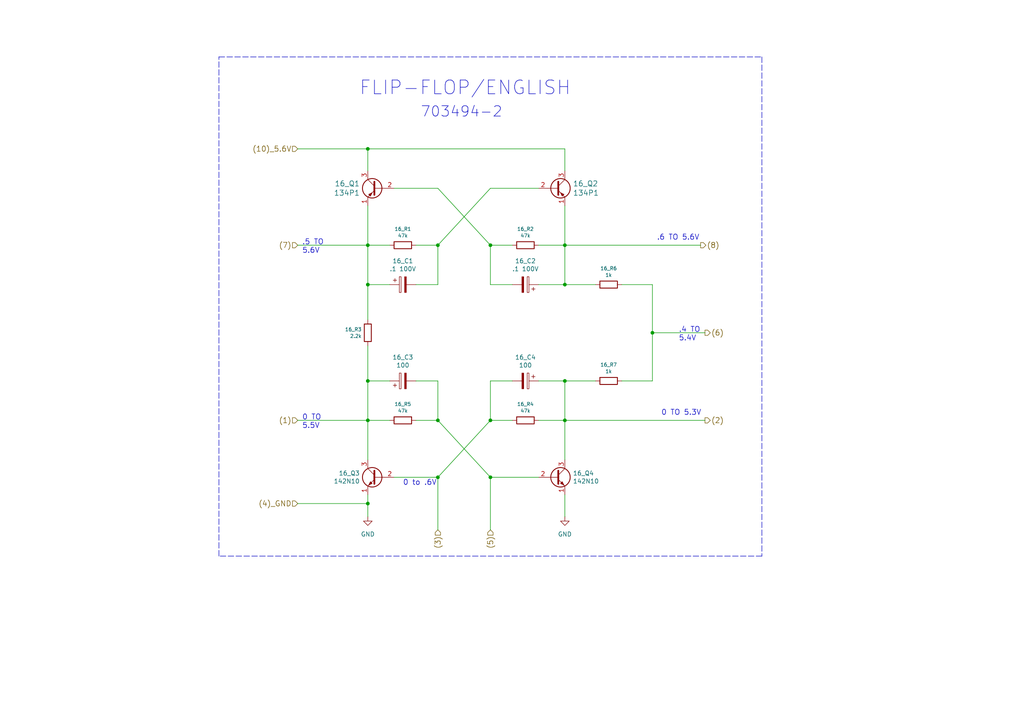
<source format=kicad_sch>
(kicad_sch (version 20250114) (generator "eeschema") (generator_version "9.0")
  (paper "A4")
  (lib_symbols
    (symbol "Device:C_Polarized" (pin_numbers (hide yes)) (pin_names (offset 0.254))
      (property "Reference" "C" (at 0.635 2.54 0))
      (property "Value" "C_Polarized" (at 0.635 -2.54 0))
      (symbol "C_Polarized_0_1"
        (rectangle (start -2.286 0.508) (end 2.286 1.016))
        (polyline (pts (xy -1.778 2.286) (xy -0.762 2.286)))
        (polyline (pts (xy -1.27 2.794) (xy -1.27 1.778)))
        (rectangle (start 2.286 -0.508) (end -2.286 -1.016) (fill (type outline)))
      )
      (symbol "C_Polarized_1_1"
        (pin passive line (at 0 3.81 270) (length 2.794) (name "~") (number "1"))
        (pin passive line (at 0 -3.81 90) (length 2.794) (name "~") (number "2"))
      )
    )
    (symbol "Device:R" (pin_numbers (hide yes)) (pin_names (offset 0))
      (property "Reference" "R" (at 2.032 0 90))
      (property "Value" "R" (at 0 0 90))
      (symbol "R_0_1"
        (rectangle (start -1.016 -2.54) (end 1.016 2.54) (stroke (width 0.254)))
      )
      (symbol "R_1_1"
        (pin passive line (at 0 3.81 270) (length 1.27) (name "~") (number "1"))
        (pin passive line (at 0 -3.81 90) (length 1.27) (name "~") (number "2"))
      )
    )
    (symbol "Transistor_BJT:Q_NPN_EBC" (pin_names (offset 0) (hide yes))
      (property "Reference" "Q" (at 5.08 1.27 0))
      (property "Value" "Q_NPN_EBC" (at 5.08 -1.27 0))
      (symbol "Q_NPN_EBC_0_1"
        (polyline (pts (xy -2.54 0) (xy 0.635 0)))
        (polyline (pts (xy 0.635 1.905) (xy 0.635 -1.905)) (stroke (width 0.508)))
        (circle (center 1.27 0) (radius 2.8194) (stroke (width 0.254)))
      )
      (symbol "Q_NPN_EBC_1_1"
        (polyline (pts (xy 0.635 0.635) (xy 2.54 2.54)))
        (polyline (pts (xy 0.635 -0.635) (xy 2.54 -2.54)))
        (polyline (pts (xy 1.27 -1.778) (xy 1.778 -1.27) (xy 2.286 -2.286) (xy 1.27 -1.778)) (fill (type outline)))
        (pin input line (at -5.08 0 0) (length 2.54) (name "B") (number "2"))
        (pin passive line (at 2.54 5.08 270) (length 2.54) (name "C") (number "3"))
        (pin passive line (at 2.54 -5.08 90) (length 2.54) (name "E") (number "1"))
      )
    )
    (symbol "Transistor_BJT:Q_PNP_EBC" (pin_names (offset 0) (hide yes))
      (property "Reference" "Q" (at 5.08 1.27 0))
      (property "Value" "Q_PNP_EBC" (at 5.08 -1.27 0))
      (symbol "Q_PNP_EBC_0_1"
        (polyline (pts (xy -2.54 0) (xy 0.635 0)))
        (polyline (pts (xy 0.635 1.905) (xy 0.635 -1.905)) (stroke (width 0.508)))
        (polyline (pts (xy 0.635 0.635) (xy 2.54 2.54)))
        (polyline (pts (xy 0.635 -0.635) (xy 2.54 -2.54)))
        (circle (center 1.27 0) (radius 2.8194) (stroke (width 0.254)))
        (polyline (pts (xy 2.286 -1.778) (xy 1.778 -2.286) (xy 1.27 -1.27) (xy 2.286 -1.778)) (fill (type outline)))
      )
      (symbol "Q_PNP_EBC_1_1"
        (pin input line (at -5.08 0 0) (length 2.54) (name "B") (number "2"))
        (pin passive line (at 2.54 5.08 270) (length 2.54) (name "C") (number "3"))
        (pin passive line (at 2.54 -5.08 90) (length 2.54) (name "E") (number "1"))
      )
    )
    (symbol "power:GND" (power) (pin_numbers (hide yes)) (pin_names (offset 0) (hide yes))
      (property "Value" "GND" (at 0 -3.81 0))
      (symbol "GND_0_1"
        (polyline (pts (xy 0 0) (xy 0 -1.27) (xy 1.27 -1.27) (xy 0 -2.54) (xy -1.27 -1.27) (xy 0 -1.27)))
      )
      (symbol "GND_1_1"
        (pin power_in line (at 0 0 270) (length 0) (name "~") (number "1"))
      )
    )
  )
  (text "0 to .6V" (at 116.84 140.97 0) (effects (font (size 1.5494 1.5494)) (justify left bottom)))
  (text "FLIP-FLOP/ENGLISH" (at 104.14 27.94 0) (effects (font (size 3.9878 3.9878)) (justify left bottom)))
  (text ".6 TO 5.6V" (at 190.5 69.85 0) (effects (font (size 1.524 1.524)) (justify left bottom)))
  (text ".5 TO\n5.6V" (at 87.63 73.66 0) (effects (font (size 1.524 1.524)) (justify left bottom)))
  (text "703494-2" (at 121.92 34.29 0) (effects (font (size 2.9972 2.9972)) (justify left bottom)))
  (text "0 TO 5.3V" (at 191.77 120.65 0) (effects (font (size 1.524 1.524)) (justify left bottom)))
  (text "0 TO\n5.5V" (at 87.63 124.46 0) (effects (font (size 1.524 1.524)) (justify left bottom)))
  (text ".4 TO\n5.4V" (at 196.85 99.06 0) (effects (font (size 1.524 1.524)) (justify left bottom)))
  (junction (at 106.68 110.49))
  (junction (at 106.68 71.12))
  (junction (at 127 138.43))
  (junction (at 106.68 82.55))
  (junction (at 189.23 96.52))
  (junction (at 163.83 82.55))
  (junction (at 106.68 146.05))
  (junction (at 163.83 110.49))
  (junction (at 142.24 138.43))
  (junction (at 163.83 71.12))
  (junction (at 163.83 121.92))
  (junction (at 106.68 121.92))
  (junction (at 142.24 71.12))
  (junction (at 127 121.92))
  (junction (at 142.24 121.92))
  (junction (at 127 71.12))
  (junction (at 106.68 43.18))
  (wire (pts (xy 120.65 82.55) (xy 127 82.55)))
  (wire (pts (xy 142.24 82.55) (xy 148.59 82.55)))
  (wire (pts (xy 156.21 121.92) (xy 163.83 121.92)))
  (wire (pts (xy 156.21 110.49) (xy 163.83 110.49)))
  (wire (pts (xy 106.68 71.12) (xy 106.68 82.55)))
  (wire (pts (xy 163.83 71.12) (xy 203.2 71.12)))
  (wire (pts (xy 106.68 121.92) (xy 113.03 121.92)))
  (wire (pts (xy 163.83 121.92) (xy 204.47 121.92)))
  (wire (pts (xy 86.36 43.18) (xy 106.68 43.18)))
  (wire (pts (xy 106.68 143.51) (xy 106.68 146.05)))
  (wire (pts (xy 180.34 110.49) (xy 189.23 110.49)))
  (wire (pts (xy 163.83 59.69) (xy 163.83 71.12)))
  (wire (pts (xy 106.68 110.49) (xy 113.03 110.49)))
  (wire (pts (xy 86.36 146.05) (xy 106.68 146.05)))
  (wire (pts (xy 114.3 54.61) (xy 127 54.61)))
  (wire (pts (xy 127 82.55) (xy 127 71.12)))
  (wire (pts (xy 127 54.61) (xy 142.24 71.12)))
  (wire (pts (xy 142.24 71.12) (xy 148.59 71.12)))
  (wire (pts (xy 106.68 110.49) (xy 106.68 121.92)))
  (wire (pts (xy 156.21 71.12) (xy 163.83 71.12)))
  (wire (pts (xy 127 138.43) (xy 142.24 121.92)))
  (wire (pts (xy 114.3 138.43) (xy 127 138.43)))
  (wire (pts (xy 163.83 121.92) (xy 163.83 133.35)))
  (wire (pts (xy 142.24 138.43) (xy 142.24 153.67)))
  (wire (pts (xy 106.68 43.18) (xy 106.68 49.53)))
  (polyline (pts (xy 63.5 16.51) (xy 220.98 16.51)) (stroke (width 0) (type dash)))
  (wire (pts (xy 127 121.92) (xy 142.24 138.43)))
  (wire (pts (xy 106.68 100.33) (xy 106.68 110.49)))
  (wire (pts (xy 204.47 96.52) (xy 189.23 96.52)))
  (wire (pts (xy 142.24 121.92) (xy 148.59 121.92)))
  (polyline (pts (xy 220.98 161.29) (xy 63.5 161.29)) (stroke (width 0) (type dash)))
  (wire (pts (xy 163.83 149.86) (xy 163.83 143.51)))
  (wire (pts (xy 106.68 121.92) (xy 106.68 133.35)))
  (wire (pts (xy 120.65 121.92) (xy 127 121.92)))
  (wire (pts (xy 163.83 82.55) (xy 172.72 82.55)))
  (wire (pts (xy 86.36 71.12) (xy 106.68 71.12)))
  (wire (pts (xy 127 138.43) (xy 127 153.67)))
  (polyline (pts (xy 63.5 161.29) (xy 63.5 16.51)) (stroke (width 0) (type dash)))
  (wire (pts (xy 106.68 82.55) (xy 106.68 92.71)))
  (wire (pts (xy 142.24 110.49) (xy 142.24 121.92)))
  (wire (pts (xy 163.83 110.49) (xy 172.72 110.49)))
  (wire (pts (xy 106.68 43.18) (xy 163.83 43.18)))
  (wire (pts (xy 106.68 82.55) (xy 113.03 82.55)))
  (wire (pts (xy 127 110.49) (xy 127 121.92)))
  (wire (pts (xy 189.23 96.52) (xy 189.23 110.49)))
  (wire (pts (xy 163.83 43.18) (xy 163.83 49.53)))
  (wire (pts (xy 156.21 82.55) (xy 163.83 82.55)))
  (wire (pts (xy 189.23 82.55) (xy 189.23 96.52)))
  (wire (pts (xy 120.65 71.12) (xy 127 71.12)))
  (wire (pts (xy 180.34 82.55) (xy 189.23 82.55)))
  (wire (pts (xy 142.24 54.61) (xy 156.21 54.61)))
  (wire (pts (xy 163.83 71.12) (xy 163.83 82.55)))
  (wire (pts (xy 163.83 110.49) (xy 163.83 121.92)))
  (wire (pts (xy 127 71.12) (xy 142.24 54.61)))
  (wire (pts (xy 106.68 71.12) (xy 113.03 71.12)))
  (wire (pts (xy 142.24 138.43) (xy 156.21 138.43)))
  (wire (pts (xy 106.68 59.69) (xy 106.68 71.12)))
  (wire (pts (xy 106.68 146.05) (xy 106.68 149.86)))
  (wire (pts (xy 120.65 110.49) (xy 127 110.49)))
  (wire (pts (xy 86.36 121.92) (xy 106.68 121.92)))
  (polyline (pts (xy 220.98 16.51) (xy 220.98 161.29)) (stroke (width 0) (type dash)))
  (wire (pts (xy 142.24 110.49) (xy 148.59 110.49)))
  (wire (pts (xy 142.24 82.55) (xy 142.24 71.12)))
  (hierarchical_label "(10)_5.6V" (shape input) (at 86.36 43.18 180) (effects (font (size 1.5494 1.5494))))
  (hierarchical_label "(3)" (shape input) (at 127 153.67 270) (effects (font (size 1.5494 1.5494))))
  (hierarchical_label "(5)" (shape input) (at 142.24 153.67 270) (effects (font (size 1.5494 1.5494))))
  (hierarchical_label "(4)_GND" (shape input) (at 86.36 146.05 180) (effects (font (size 1.5494 1.5494))))
  (hierarchical_label "(2)" (shape output) (at 204.47 121.92 0) (effects (font (size 1.5494 1.5494))))
  (hierarchical_label "(7)" (shape input) (at 86.36 71.12 180) (effects (font (size 1.5494 1.5494))))
  (hierarchical_label "(6)" (shape output) (at 204.47 96.52 0) (effects (font (size 1.5494 1.5494))))
  (hierarchical_label "(1)" (shape input) (at 86.36 121.92 180) (effects (font (size 1.5494 1.5494))))
  (hierarchical_label "(8)" (shape output) (at 203.2 71.12 0) (effects (font (size 1.5494 1.5494))))
  (symbol (lib_id "Transistor_BJT:Q_NPN_EBC") (at 109.22 138.43 0) (mirror y) (unit 1)
    (property "Reference" "15_Q3" (at 104.3686 137.2616 0) (effects (justify left)))
    (property "Value" "142N10" (at 104.3686 139.573 0) (effects (justify left)))
    (property "Description" "NPN transistor, emitter/base/collector" (effects (hide yes)))
    (property "Sim.Device" "NPN" (effects (hide yes)))
    (property "Sim.Pins" "1=E 2=B 3=C" (effects (hide yes)))
    (instances (project "" (path "" (reference "16_Q3") (unit 1)) (path "" (reference "15_Q3") (unit 1))))
  )
  (symbol (lib_id "Device:R") (at 176.53 110.49 270) (unit 1)
    (property "Reference" "15_R7" (at 176.53 105.791 90) (effects (font (size 1.016 1.016))))
    (property "Value" "1k" (at 176.53 107.7214 90) (effects (font (size 1.016 1.016))))
    (property "Description" "Resistor" (effects (hide yes)))
    (instances (project "" (path "" (reference "16_R7") (unit 1)) (path "" (reference "15_R7") (unit 1))))
  )
  (symbol (lib_id "Device:R") (at 176.53 82.55 270) (mirror x) (unit 1)
    (property "Reference" "15_R6" (at 176.53 77.851 90) (effects (font (size 1.016 1.016))))
    (property "Value" "1k" (at 176.53 79.7814 90) (effects (font (size 1.016 1.016))))
    (property "Description" "Resistor" (effects (hide yes)))
    (instances (project "" (path "" (reference "16_R6") (unit 1)) (path "" (reference "15_R6") (unit 1))))
  )
  (symbol (lib_id "Device:C_Polarized") (at 116.84 82.55 90) (mirror x) (unit 1)
    (property "Reference" "15_C1" (at 116.84 75.692 90))
    (property "Value" ".1 100V" (at 116.84 78.0034 90))
    (property "Description" "Polarized capacitor" (effects (hide yes)))
    (instances (project "" (path "" (reference "16_C1") (unit 1)) (path "" (reference "15_C1") (unit 1))))
  )
  (symbol (lib_id "Device:C_Polarized") (at 116.84 110.49 90) (unit 1)
    (property "Reference" "15_C3" (at 116.84 103.632 90))
    (property "Value" "100" (at 116.84 105.9434 90))
    (property "Description" "Polarized capacitor" (effects (hide yes)))
    (instances (project "" (path "" (reference "16_C3") (unit 1)) (path "" (reference "15_C3") (unit 1))))
  )
  (symbol (lib_id "Transistor_BJT:Q_PNP_EBC") (at 109.22 54.61 0) (mirror y) (unit 1)
    (property "Reference" "15_Q1" (at 104.394 53.2638 0) (effects (font (size 1.524 1.524)) (justify left)))
    (property "Value" "134P1" (at 104.394 55.9562 0) (effects (font (size 1.524 1.524)) (justify left)))
    (property "Description" "PNP transistor, emitter/base/collector" (effects (hide yes)))
    (property "Sim.Device" "PNP" (effects (hide yes)))
    (property "Sim.Pins" "1=E 2=B 3=C" (effects (hide yes)))
    (instances (project "" (path "" (reference "16_Q1") (unit 1)) (path "" (reference "15_Q1") (unit 1))))
  )
  (symbol (lib_id "Device:R") (at 152.4 121.92 270) (unit 1)
    (property "Reference" "15_R4" (at 152.4 117.221 90) (effects (font (size 1.016 1.016))))
    (property "Value" "47k" (at 152.4 119.1514 90) (effects (font (size 1.016 1.016))))
    (property "Description" "Resistor" (effects (hide yes)))
    (instances (project "" (path "" (reference "16_R4") (unit 1)) (path "" (reference "15_R4") (unit 1))))
  )
  (symbol (lib_id "Transistor_BJT:Q_PNP_EBC") (at 161.29 54.61 0) (unit 1)
    (property "Reference" "15_Q2" (at 166.1414 53.2638 0) (effects (font (size 1.524 1.524)) (justify left)))
    (property "Value" "134P1" (at 166.1414 55.9562 0) (effects (font (size 1.524 1.524)) (justify left)))
    (property "Description" "PNP transistor, emitter/base/collector" (effects (hide yes)))
    (property "Sim.Device" "PNP" (effects (hide yes)))
    (property "Sim.Pins" "1=E 2=B 3=C" (effects (hide yes)))
    (instances (project "" (path "" (reference "16_Q2") (unit 1)) (path "" (reference "15_Q2") (unit 1))))
  )
  (symbol (lib_id "Device:R") (at 152.4 71.12 270) (mirror x) (unit 1)
    (property "Reference" "15_R2" (at 152.4 66.421 90) (effects (font (size 1.016 1.016))))
    (property "Value" "47k" (at 152.4 68.3514 90) (effects (font (size 1.016 1.016))))
    (property "Description" "Resistor" (effects (hide yes)))
    (instances (project "" (path "" (reference "16_R2") (unit 1)) (path "" (reference "15_R2") (unit 1))))
  )
  (symbol (lib_id "power:GND") (at 163.83 149.86 0) (unit 1)
    (property "Reference" "#PWR01002" (effects (hide yes)))
    (property "Value" "GND" (at 163.83 154.94 0))
    (property "Description" "Power symbol creates a global label with name \"GND\" , ground" (effects (hide yes)))
  )
  (symbol (lib_id "Device:C_Polarized") (at 152.4 110.49 270) (unit 1)
    (property "Reference" "15_C4" (at 152.4 103.632 90))
    (property "Value" "100" (at 152.4 105.9434 90))
    (property "Description" "Polarized capacitor" (effects (hide yes)))
    (instances (project "" (path "" (reference "16_C4") (unit 1)) (path "" (reference "15_C4") (unit 1))))
  )
  (symbol (lib_id "power:GND") (at 106.68 149.86 0) (unit 1)
    (property "Reference" "#PWR01001" (effects (hide yes)))
    (property "Value" "GND" (at 106.68 154.94 0))
    (property "Description" "Power symbol creates a global label with name \"GND\" , ground" (effects (hide yes)))
  )
  (symbol (lib_id "Device:C_Polarized") (at 152.4 82.55 270) (mirror x) (unit 1)
    (property "Reference" "15_C2" (at 152.4 75.692 90))
    (property "Value" ".1 100V" (at 152.4 78.0034 90))
    (property "Description" "Polarized capacitor" (effects (hide yes)))
    (instances (project "" (path "" (reference "16_C2") (unit 1)) (path "" (reference "15_C2") (unit 1))))
  )
  (symbol (lib_id "Device:R") (at 116.84 71.12 270) (mirror x) (unit 1)
    (property "Reference" "15_R1" (at 116.84 66.421 90) (effects (font (size 1.016 1.016))))
    (property "Value" "47k" (at 116.84 68.3514 90) (effects (font (size 1.016 1.016))))
    (property "Description" "Resistor" (effects (hide yes)))
    (instances (project "" (path "" (reference "16_R1") (unit 1)) (path "" (reference "15_R1") (unit 1))))
  )
  (symbol (lib_id "Device:R") (at 116.84 121.92 270) (unit 1)
    (property "Reference" "15_R5" (at 116.84 117.221 90) (effects (font (size 1.016 1.016))))
    (property "Value" "47k" (at 116.84 119.1514 90) (effects (font (size 1.016 1.016))))
    (property "Description" "Resistor" (effects (hide yes)))
    (instances (project "" (path "" (reference "16_R5") (unit 1)) (path "" (reference "15_R5") (unit 1))))
  )
  (symbol (lib_id "Device:R") (at 106.68 96.52 0) (mirror x) (unit 1)
    (property "Reference" "15_R3" (at 104.902 95.5548 0) (effects (font (size 1.016 1.016)) (justify right)))
    (property "Value" "2.2k" (at 104.902 97.4852 0) (effects (font (size 1.016 1.016)) (justify right)))
    (property "Description" "Resistor" (effects (hide yes)))
    (instances (project "" (path "" (reference "16_R3") (unit 1)) (path "" (reference "15_R3") (unit 1))))
  )
  (symbol (lib_id "Transistor_BJT:Q_NPN_EBC") (at 161.29 138.43 0) (unit 1)
    (property "Reference" "15_Q4" (at 166.1414 137.2616 0) (effects (justify left)))
    (property "Value" "142N10" (at 166.1414 139.573 0) (effects (justify left)))
    (property "Description" "NPN transistor, emitter/base/collector" (effects (hide yes)))
    (property "Sim.Device" "NPN" (effects (hide yes)))
    (property "Sim.Pins" "1=E 2=B 3=C" (effects (hide yes)))
    (instances (project "" (path "" (reference "16_Q4") (unit 1)) (path "" (reference "15_Q4") (unit 1))))
  )
)
</source>
